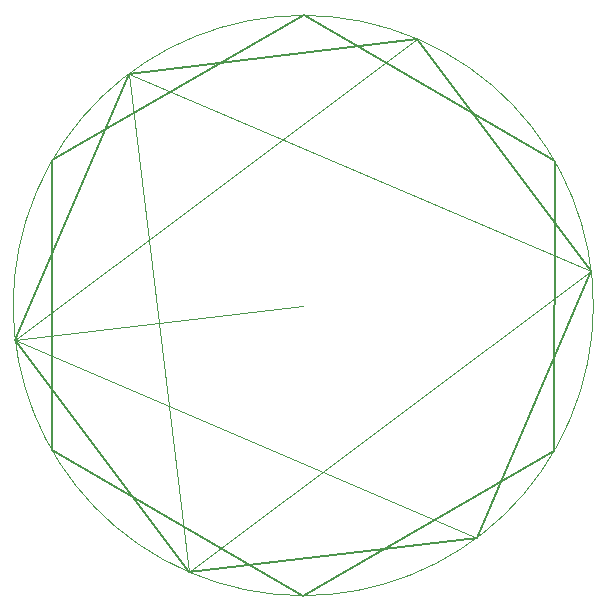
<source format=gbr>
%TF.GenerationSoftware,KiCad,Pcbnew,5.1.8-db9833491~88~ubuntu20.04.1*%
%TF.CreationDate,2020-12-22T00:38:32+08:00*%
%TF.ProjectId,Ingress_BioCard,496e6772-6573-4735-9f42-696f43617264,1.0*%
%TF.SameCoordinates,Original*%
%TF.FileFunction,Soldermask,Top*%
%TF.FilePolarity,Negative*%
%FSLAX46Y46*%
G04 Gerber Fmt 4.6, Leading zero omitted, Abs format (unit mm)*
G04 Created by KiCad (PCBNEW 5.1.8-db9833491~88~ubuntu20.04.1) date 2020-12-22 00:38:32*
%MOMM*%
%LPD*%
G01*
G04 APERTURE LIST*
%ADD10C,0.150000*%
%ADD11C,0.120000*%
G04 APERTURE END LIST*
D10*
X131566290Y-119888601D02*
X131611385Y-95327496D01*
X110269778Y-132123131D02*
X131566290Y-119888601D01*
X131611385Y-95327496D02*
X110362661Y-83009643D01*
X110362661Y-83009643D02*
X89071448Y-95250903D01*
X89071448Y-95250903D02*
X89029533Y-119804046D01*
X89029533Y-119804046D02*
X110278485Y-132125690D01*
X119955239Y-84979324D02*
X95580000Y-87930000D01*
X134700000Y-104620000D02*
X119955239Y-84979324D01*
X95580000Y-87930000D02*
X85939795Y-110522199D01*
X85941275Y-110513238D02*
X100680000Y-130160000D01*
X100680000Y-130160000D02*
X125063527Y-127211508D01*
X125063527Y-127211508D02*
X134700000Y-104620000D01*
D11*
X100680000Y-130160000D02*
X95580000Y-87930000D01*
X85941275Y-110513238D02*
X119955239Y-84979324D01*
X134700000Y-104620000D02*
X100680000Y-130160000D01*
X95580000Y-87930000D02*
X134700000Y-104620000D01*
X125063527Y-127211508D02*
X85941275Y-110513238D01*
X85939795Y-110522199D02*
X110318295Y-107569000D01*
X120006748Y-85004283D02*
G75*
G02*
X119949999Y-84980001I-9688453J-22564717D01*
G01*
M02*

</source>
